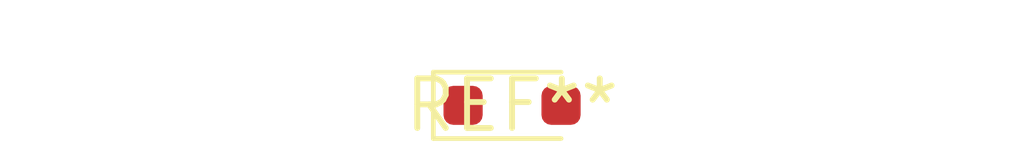
<source format=kicad_pcb>
(kicad_pcb (version 20240108) (generator pcbnew)
  (layers (0 "F.Cu" signal) (31 "B.Cu" signal) (34 "B.Paste" user) (35 "F.Paste" user) (36 "B.SilkS" user "B.Silkscreen") (37 "F.SilkS" user "F.Silkscreen") (38 "B.Mask" user) (39 "F.Mask" user) (44 "Edge.Cuts" user))
  (net 0 "")
  (footprint "D_SOD-323_HandSoldering" (layer "F.Cu") (at 0 0)
    (property "Reference" "REF**")
    (property "Value" "D_SOD-323_HandSoldering")
    (fp_line (start -2.01 -0.85) (end -2.01 0.85) (layer "F.SilkS") (stroke (width 0.12)))
    (fp_line (start -2.01 -0.85) (end 1.25 -0.85) (layer "F.SilkS") (stroke (width 0.12)))
    (fp_line (start -2.01 0.85) (end 1.25 0.85) (layer "F.SilkS") (stroke (width 0.12)))
    (pad "1" smd roundrect (at -1.25 0) (size 1 1) (layers "F.Cu" "F.Paste" "F.Mask"))
    (pad "2" smd roundrect (at 1.25 0) (size 1 1) (layers "F.Cu" "F.Paste" "F.Mask"))
  )
)
</source>
